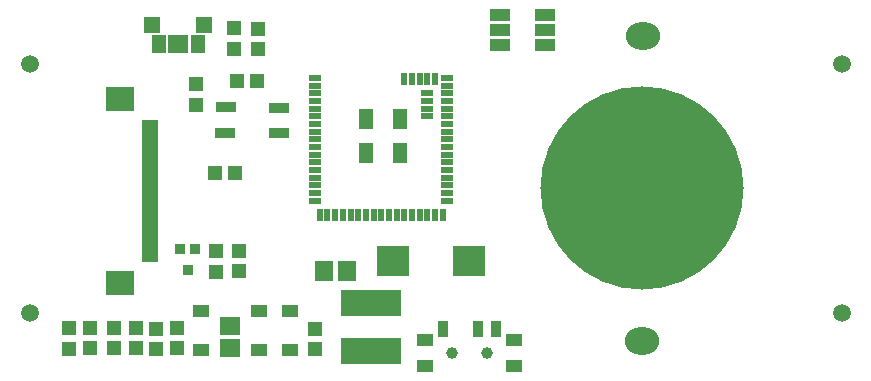
<source format=gbr>
G04 DipTrace 3.2.0.1*
G04 TopMask.gbr*
%MOIN*%
G04 #@! TF.FileFunction,Soldermask,Top*
G04 #@! TF.Part,Single*
%AMOUTLINE1*
4,1,4,
0.033483,-0.018668,
0.033446,0.018735,
-0.033483,0.018668,
-0.033446,-0.018735,
0.033483,-0.018668,
0*%
%AMOUTLINE4*
4,1,16,
-0.012179,0.045296,
-0.031431,0.040935,
-0.047241,0.028371,
-0.056033,0.010191,
-0.056067,-0.010003,
-0.047336,-0.028213,
-0.031568,-0.040831,
-0.012331,-0.045255,
0.012179,-0.045296,
0.031431,-0.040935,
0.047241,-0.028371,
0.056033,-0.010191,
0.056067,0.010003,
0.047336,0.028213,
0.031568,0.040831,
0.012331,0.045255,
-0.012179,0.045296,
0*%
%AMOUTLINE7*
4,1,4,
-0.033509,-0.017633,
0.033419,-0.017801,
0.033509,0.017633,
-0.033419,0.017801,
-0.033509,-0.017633,
0*%
%ADD51C,0.059055*%
%ADD52C,0.03937*%
%ADD62R,0.035433X0.057087*%
%ADD64R,0.055118X0.03937*%
%ADD66R,0.055906X0.044094*%
%ADD68R,0.032362X0.033386*%
%ADD70R,0.094488X0.07874*%
%ADD72R,0.057087X0.019685*%
%ADD74C,0.677165*%
%ADD76R,0.051181X0.062992*%
%ADD78R,0.066929X0.062992*%
%ADD79R,0.051181X0.047244*%
%ADD80R,0.055118X0.055118*%
%ADD82R,0.047244X0.066929*%
%ADD84R,0.03937X0.021654*%
%ADD86R,0.021654X0.03937*%
%ADD88R,0.204724X0.086614*%
%ADD90R,0.066929X0.059055*%
%ADD92R,0.059055X0.066929*%
%ADD94R,0.110236X0.102362*%
%ADD97R,0.047244X0.051181*%
%ADD102OUTLINE1*%
%ADD105OUTLINE4*%
%ADD108OUTLINE7*%
%FSLAX26Y26*%
G04*
G70*
G90*
G75*
G01*
G04 TopMask*
%LPD*%
D97*
X-594092Y464205D3*
Y531134D3*
X-798354Y278971D3*
Y345900D3*
D79*
X-737337Y50597D3*
X-670408D3*
D94*
X110346Y-241828D3*
X-141635D3*
D92*
X-371785Y-277105D3*
X-296982D3*
D90*
X-686213Y-533482D3*
Y-458678D3*
D97*
X-1072888Y-533421D3*
Y-466492D3*
X-1152707Y-533627D3*
Y-466698D3*
X-1000828Y-533598D3*
Y-466669D3*
X-864114Y-534042D3*
Y-467113D3*
X-1222837Y-534219D3*
Y-467290D3*
X-932310Y-534513D3*
Y-467584D3*
X-404155Y-535131D3*
Y-468202D3*
D51*
X-1354094Y414291D3*
X1354094D3*
X-1354094Y-414291D3*
X1354094D3*
D102*
X214854Y478337D3*
X214806Y528339D3*
X214756Y578339D3*
X363280Y478484D3*
X363230Y528483D3*
X363181Y578484D3*
D88*
X-215135Y-383496D3*
Y-540976D3*
D97*
X-671949Y465636D3*
Y532566D3*
D79*
X-664227Y358416D3*
X-597298D3*
D97*
X-654951Y-276941D3*
Y-210012D3*
X-732818Y-277647D3*
Y-210718D3*
D86*
X-182051Y-88871D3*
X-156461D3*
X-130870D3*
X-105280D3*
X-79689D3*
X-54098D3*
X-28508D3*
X-2917D3*
X22673D3*
X-207642D3*
X-233232D3*
X-258823D3*
X-284413D3*
X-310004D3*
X-335594D3*
X-361185D3*
X-386776D3*
D84*
X-402524Y-41627D3*
Y-16037D3*
Y9554D3*
Y35144D3*
Y60735D3*
Y86325D3*
Y111916D3*
Y137507D3*
Y163097D3*
Y188688D3*
Y214278D3*
Y239869D3*
Y265459D3*
Y291050D3*
Y316640D3*
Y342231D3*
Y367822D3*
X38421Y-41627D3*
Y-16037D3*
Y9554D3*
Y35144D3*
Y60735D3*
Y86325D3*
Y111916D3*
Y137507D3*
Y163097D3*
Y188688D3*
Y214278D3*
Y239869D3*
Y265459D3*
Y291050D3*
Y316640D3*
Y342231D3*
Y367822D3*
X-28508Y316640D3*
Y291050D3*
Y265459D3*
Y239869D3*
D86*
X-2917Y363885D3*
X-28508D3*
X-54098D3*
X-79689D3*
X-105280D3*
D82*
X-121028Y117822D3*
X-231264D3*
Y230026D3*
X-121028D3*
D80*
X-944900Y545625D3*
X-771672D3*
D78*
X-858286Y480664D3*
D76*
X-923247D3*
X-793325D3*
D105*
X687337Y-507873D3*
X689039Y507873D3*
D74*
X688189Y0D3*
D72*
X-951772Y21260D3*
Y1575D3*
Y-18110D3*
Y-37795D3*
Y-57480D3*
Y-77165D3*
Y-96850D3*
Y-116535D3*
Y-136220D3*
Y-155906D3*
Y-175591D3*
Y-195276D3*
Y-214961D3*
Y-234646D3*
Y40945D3*
Y60630D3*
Y80315D3*
Y100000D3*
Y119685D3*
Y139370D3*
Y159055D3*
Y178740D3*
Y198425D3*
Y218110D3*
D70*
X-1051181Y298819D3*
Y-315354D3*
D108*
X-700997Y269282D3*
X-701210Y184636D3*
X-521864Y268836D3*
X-522076Y184190D3*
D68*
X-827488Y-272825D3*
X-801740Y-202353D3*
X-853236D3*
D66*
X-782633Y-538912D3*
Y-409957D3*
X-589751Y-409974D3*
Y-538929D3*
X-486176Y-410297D3*
Y-539252D3*
D64*
X-35471Y-592493D3*
Y-505879D3*
D62*
X23584Y-467493D3*
X141694D3*
X200749D3*
D64*
X259804Y-505879D3*
Y-592493D3*
D52*
X53112Y-549186D3*
X171222D3*
M02*

</source>
